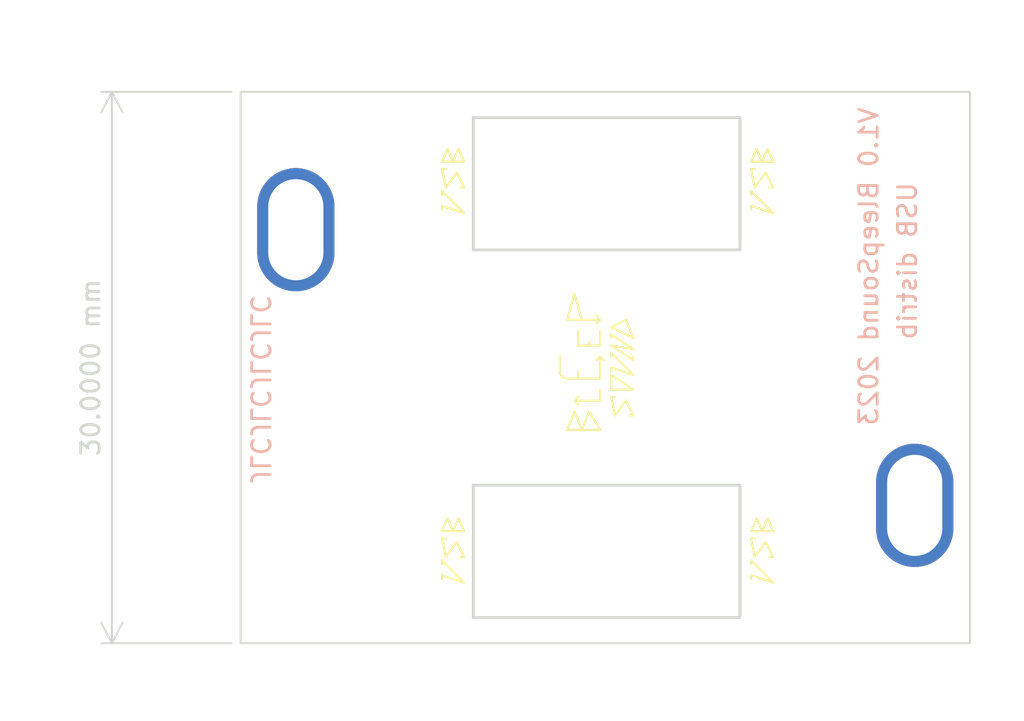
<source format=kicad_pcb>
(kicad_pcb (version 20221018) (generator pcbnew)
  (layers (0 "F.Cu" signal) (31 "B.Cu" signal) (34 "B.Paste" user) (35 "F.Paste" user) (36 "B.SilkS" user "B.Silkscreen") (37 "F.SilkS" user "F.Silkscreen") (38 "B.Mask" user) (39 "F.Mask" user) (44 "Edge.Cuts" user))
  (net 0 "")
  (footprint "Synth:Doepfer Mounting hole" (layer "F.Cu") (at 162.8 121.9 90)
    (fp_text reference "H4" hide)
    (fp_text value "MountingHole")
    (pad "1" thru_hole oval (at 0 0 90) (size 6.7 4.2) (drill oval 5.5 3) (layers "*.Cu" "*.Mask"))
  )
  (footprint "MountingHole:MountingHole_3.2mm_M3" (layer "F.Cu") (at 153.3 114.4 90)
    (fp_text reference "H8" hide)
    (fp_text value "SpacerHoles")
    (pad "" np_thru_hole circle locked (at 0 0 90) (size 3.2 3.2) (drill 3.2) (layers "*.Cu" "*.Mask"))
  )
  (footprint "MountingHole:MountingHole_3.2mm_M3" (layer "F.Cu") (at 138.55 114.4 90)
    (fp_text reference "H6" hide)
    (fp_text value "SpacerHoles")
    (pad "" np_thru_hole circle locked (at 0 0 90) (size 3.2 3.2) (drill 3.2) (layers "*.Cu" "*.Mask"))
  )
  (footprint "Synth:Doepfer Mounting hole" (layer "F.Cu") (at 129.15 106.9 90)
    (fp_text reference "H2" hide)
    (fp_text value "MountingHole")
    (pad "1" thru_hole oval (at 0 0 90) (size 6.7 4.2) (drill oval 5.5 3) (layers "*.Cu" "*.Mask"))
  )
  (gr_line (start 146.3 112.6) (end 146.3 112.8) (stroke (width 0.12)) (layer "F.SilkS"))
  (gr_line (start 144.3 110.4) (end 144.7 111.8) (stroke (width 0.12)) (layer "F.SilkS"))
  (gr_line (start 138.3 103.2) (end 138 102.5) (stroke (width 0.12)) (layer "F.SilkS"))
  (gr_line (start 155.1 106) (end 153.9 104.8) (stroke (width 0.12)) (layer "F.SilkS"))
  (gr_line (start 137.9 123.9) (end 138.3 124.7) (stroke (width 0.12)) (layer "F.SilkS"))
  (gr_line (start 145.1 113.2) (end 145.1 113) (stroke (width 0.12)) (layer "F.SilkS"))
  (gr_line (start 153.9 105.6) (end 155.1 106) (stroke (width 0.12)) (layer "F.SilkS"))
  (gr_line (start 153.9 123.7) (end 154.1 123.7) (stroke (width 0.12)) (layer "F.SilkS"))
  (gr_line (start 153.9 103.2) (end 155.1 103.2) (stroke (width 0.12)) (layer "F.SilkS"))
  (gr_line (start 137.4 102.5) (end 137.1 103.2) (stroke (width 0.12)) (layer "F.SilkS"))
  (gr_line (start 155.1 124.7) (end 154.9 124.7) (stroke (width 0.12)) (layer "F.SilkS"))
  (gr_line (start 143.9 111.8) (end 144.3 110.4) (stroke (width 0.12)) (layer "F.SilkS"))
  (gr_line (start 137.1 125.7) (end 137.1 125.9) (stroke (width 0.12)) (layer "F.SilkS"))
  (gr_line (start 145.7 113.2) (end 145.7 112.4) (stroke (width 0.12)) (layer "F.SilkS"))
  (gr_line (start 155.1 103.2) (end 154.8 102.5) (stroke (width 0.12)) (layer "F.SilkS"))
  (gr_line (start 153.9 103.2) (end 155.1 103.2) (stroke (width 0.12)) (layer "F.SilkS"))
  (gr_line (start 154.1 104.6) (end 154.7 103.8) (stroke (width 0.12)) (layer "F.SilkS"))
  (gr_line (start 143.9 115) (end 145.7 115) (stroke (width 0.12)) (layer "F.SilkS"))
  (gr_line (start 146.3 113.6) (end 146.3 113.8) (stroke (width 0.12)) (layer "F.SilkS"))
  (gr_line (start 153.9 104.8) (end 153.9 105) (stroke (width 0.12)) (layer "F.SilkS"))
  (gr_line (start 154.8 102.5) (end 154.5 103.2) (stroke (width 0.12)) (layer "F.SilkS"))
  (gr_line (start 154.1 104.6) (end 154.7 103.8) (stroke (width 0.12)) (layer "F.SilkS"))
  (gr_line (start 153.9 105.6) (end 153.9 105.8) (stroke (width 0.12)) (layer "F.SilkS"))
  (gr_line (start 154.2 122.6) (end 153.9 123.3) (stroke (width 0.12)) (layer "F.SilkS"))
  (gr_line (start 143.9 111.8) (end 145.7 111.8) (stroke (width 0.12)) (layer "F.SilkS"))
  (gr_line (start 146.3 116) (end 146.5 117) (stroke (width 0.12)) (layer "F.SilkS"))
  (gr_line (start 155.1 104.6) (end 154.9 104.6) (stroke (width 0.12)) (layer "F.SilkS"))
  (gr_line (start 137.9 103.8) (end 138.3 104.6) (stroke (width 0.12)) (layer "F.SilkS"))
  (gr_line (start 147.5 115.6) (end 146.3 114.8) (stroke (width 0.12)) (layer "F.SilkS"))
  (gr_line (start 145.7 113.8) (end 145.5 114) (stroke (width 0.12)) (layer "F.SilkS"))
  (gr_line (start 144.3 116.2) (end 145.7 116.2) (stroke (width 0.12)) (layer "F.SilkS"))
  (gr_line (start 145.7 116.2) (end 145.7 115.6) (stroke (width 0.12)) (layer "F.SilkS"))
  (gr_line (start 154.7 103.8) (end 155.1 104.6) (stroke (width 0.12)) (layer "F.SilkS"))
  (gr_line (start 144.5 113.2) (end 144.5 112.4) (stroke (width 0.12)) (layer "F.SilkS"))
  (gr_line (start 137.1 103.6) (end 137.3 103.6) (stroke (width 0.12)) (layer "F.SilkS"))
  (gr_line (start 137.1 104.8) (end 137.1 105) (stroke (width 0.12)) (layer "F.SilkS"))
  (gr_line (start 154.1 124.7) (end 154.7 123.9) (stroke (width 0.12)) (layer "F.SilkS"))
  (gr_line (start 153.9 103.6) (end 154.1 103.6) (stroke (width 0.12)) (layer "F.SilkS"))
  (gr_line (start 137.9 103.8) (end 138.3 104.6) (stroke (width 0.12)) (layer "F.SilkS"))
  (gr_line (start 144.3 116.2) (end 144.5 116.4) (stroke (width 0.12)) (layer "F.SilkS"))
  (gr_line (start 147.5 112.8) (end 147.1 111.8) (stroke (width 0.12)) (layer "F.SilkS"))
  (gr_line (start 137.3 104.6) (end 137.9 103.8) (stroke (width 0.12)) (layer "F.SilkS"))
  (gr_line (start 146.3 116) (end 146.5 116) (stroke (width 0.12)) (layer "F.SilkS"))
  (gr_line (start 153.9 104.8) (end 153.9 105) (stroke (width 0.12)) (layer "F.SilkS"))
  (gr_line (start 137.1 103.2) (end 138.3 103.2) (stroke (width 0.12)) (layer "F.SilkS"))
  (gr_line (start 137.1 105.6) (end 137.1 105.8) (stroke (width 0.12)) (layer "F.SilkS"))
  (gr_line (start 155.1 126.1) (end 153.9 124.9) (stroke (width 0.12)) (layer "F.SilkS"))
  (gr_line (start 137.4 102.5) (end 137.1 103.2) (stroke (width 0.12)) (layer "F.SilkS"))
  (gr_line (start 137.7 103.2) (end 137.4 102.5) (stroke (width 0.12)) (layer "F.SilkS"))
  (gr_line (start 146.3 114.8) (end 146.3 115.6) (stroke (width 0.12)) (layer "F.SilkS"))
  (gr_line (start 154.7 103.8) (end 155.1 104.6) (stroke (width 0.12)) (layer "F.SilkS"))
  (gr_line (start 153.9 103.6) (end 154.1 104.6) (stroke (width 0.12)) (layer "F.SilkS"))
  (gr_line (start 137.1 123.3) (end 138.3 123.3) (stroke (width 0.12)) (layer "F.SilkS"))
  (gr_line (start 138.3 103.2) (end 138 102.5) (stroke (width 0.12)) (layer "F.SilkS"))
  (gr_line (start 138.3 106) (end 137.1 104.8) (stroke (width 0.12)) (layer "F.SilkS"))
  (gr_line (start 153.9 124.9) (end 153.9 125.1) (stroke (width 0.12)) (layer "F.SilkS"))
  (gr_line (start 154.8 122.6) (end 154.5 123.3) (stroke (width 0.12)) (layer "F.SilkS"))
  (gr_line (start 155.1 104.6) (end 154.9 104.6) (stroke (width 0.12)) (layer "F.SilkS"))
  (gr_line (start 137.3 104.6) (end 137.9 103.8) (stroke (width 0.12)) (layer "F.SilkS"))
  (gr_line (start 137.1 123.7) (end 137.3 124.7) (stroke (width 0.12)) (layer "F.SilkS"))
  (gr_line (start 146.3 115.6) (end 147.5 115.6) (stroke (width 0.12)) (layer "F.SilkS"))
  (gr_line (start 145.7 113.8) (end 145.9 114) (stroke (width 0.12)) (layer "F.SilkS"))
  (gr_line (start 143.5 114.6) (end 143.5 113.8) (stroke (width 0.12)) (layer "F.SilkS"))
  (gr_line (start 137.1 105.6) (end 138.3 106) (stroke (width 0.12)) (layer "F.SilkS"))
  (gr_line (start 137.3 124.7) (end 137.9 123.9) (stroke (width 0.12)) (layer "F.SilkS"))
  (gr_line (start 137.1 103.6) (end 137.3 104.6) (stroke (width 0.12)) (layer "F.SilkS"))
  (gr_line (start 147.5 113.4) (end 146.3 112.6) (stroke (width 0.12)) (layer "F.SilkS"))
  (gr_line (start 138.3 106) (end 137.1 104.8) (stroke (width 0.12)) (layer "F.SilkS"))
  (gr_line (start 138 102.5) (end 137.7 103.2) (stroke (width 0.12)) (layer "F.SilkS"))
  (gr_line (start 138.3 124.7) (end 138.1 124.7) (stroke (width 0.12)) (layer "F.SilkS"))
  (gr_line (start 154.5 103.2) (end 154.2 102.5) (stroke (width 0.12)) (layer "F.SilkS"))
  (gr_line (start 154.7 123.9) (end 155.1 124.7) (stroke (width 0.12)) (layer "F.SilkS"))
  (gr_line (start 146.5 117) (end 147.1 116.2) (stroke (width 0.12)) (layer "F.SilkS"))
  (gr_line (start 137.1 123.7) (end 137.3 123.7) (stroke (width 0.12)) (layer "F.SilkS"))
  (gr_line (start 146.3 114.4) (end 147.5 114.8) (stroke (width 0.12)) (layer "F.SilkS"))
  (gr_line (start 155.1 106) (end 153.9 104.8) (stroke (width 0.12)) (layer "F.SilkS"))
  (gr_line (start 145.7 115) (end 145.7 113.8) (stroke (width 0.12)) (layer "F.SilkS"))
  (gr_line (start 155.1 123.3) (end 154.8 122.6) (stroke (width 0.12)) (layer "F.SilkS"))
  (gr_line (start 143.9 117.8) (end 145.7 117.8) (stroke (width 0.12)) (layer "F.SilkS"))
  (gr_line (start 138.3 123.3) (end 138 122.6) (stroke (width 0.12)) (layer "F.SilkS"))
  (gr_line (start 145.7 111.8) (end 145.5 111.8) (stroke (width 0.12)) (layer "F.SilkS"))
  (gr_line (start 138 102.5) (end 137.7 103.2) (stroke (width 0.12)) (layer "F.SilkS"))
  (gr_line (start 137.1 104.8) (end 137.1 105) (stroke (width 0.12)) (layer "F.SilkS"))
  (gr_line (start 154.5 103.2) (end 154.2 102.5) (stroke (width 0.12)) (layer "F.SilkS"))
  (gr_line (start 137.7 123.3) (end 137.4 122.6) (stroke (width 0.12)) (layer "F.SilkS"))
  (gr_line (start 137.1 103.6) (end 137.3 104.6) (stroke (width 0.12)) (layer "F.SilkS"))
  (gr_line (start 145.7 117.8) (end 145.1 116.8) (stroke (width 0.12)) (layer "F.SilkS"))
  (gr_line (start 146.3 114.4) (end 146.3 114.6) (stroke (width 0.12)) (layer "F.SilkS"))
  (gr_line (start 137.1 103.6) (end 137.3 103.6) (stroke (width 0.12)) (layer "F.SilkS"))
  (gr_line (start 153.9 105.6) (end 155.1 106) (stroke (width 0.12)) (layer "F.SilkS"))
  (gr_line (start 137.1 124.9) (end 137.1 125.1) (stroke (width 0.12)) (layer "F.SilkS"))
  (gr_arc (start 143.9 115) (mid 143.617157 114.882843) (end 143.5 114.6) (stroke (width 0.12)) (layer "F.SilkS"))
  (gr_line (start 144.5 115) (end 144.5 114.6) (stroke (width 0.12)) (layer "F.SilkS"))
  (gr_line (start 146.3 112.2) (end 147.1 111.8) (stroke (width 0.12)) (layer "F.SilkS"))
  (gr_line (start 153.9 125.7) (end 153.9 125.9) (stroke (width 0.12)) (layer "F.SilkS"))
  (gr_line (start 153.9 123.7) (end 154.1 124.7) (stroke (width 0.12)) (layer "F.SilkS"))
  (gr_line (start 153.9 105.6) (end 153.9 105.8) (stroke (width 0.12)) (layer "F.SilkS"))
  (gr_line (start 144.3 116.8) (end 143.9 117.8) (stroke (width 0.12)) (layer "F.SilkS"))
  (gr_line (start 137.1 105.6) (end 138.3 106) (stroke (width 0.12)) (layer "F.SilkS"))
  (gr_line (start 154.2 102.5) (end 153.9 103.2) (stroke (width 0.12)) (layer "F.SilkS"))
  (gr_line (start 147.5 114) (end 147.5 113.8) (stroke (width 0.12)) (layer "F.SilkS"))
  (gr_line (start 137.1 103.2) (end 138.3 103.2) (stroke (width 0.12)) (layer "F.SilkS"))
  (gr_line (start 147.5 114.8) (end 146.3 113.6) (stroke (width 0.12)) (layer "F.SilkS"))
  (gr_line (start 144.3 116.2) (end 144.5 116) (stroke (width 0.12)) (layer "F.SilkS"))
  (gr_line (start 138 122.6) (end 137.7 123.3) (stroke (width 0.12)) (layer "F.SilkS"))
  (gr_line (start 137.1 125.7) (end 138.3 126.1) (stroke (width 0.12)) (layer "F.SilkS"))
  (gr_line (start 145.1 116.8) (end 144.7 117.8) (stroke (width 0.12)) (layer "F.SilkS"))
  (gr_line (start 146.3 112.2) (end 147.5 112.8) (stroke (width 0.12)) (layer "F.SilkS"))
  (gr_line (start 154.2 102.5) (end 153.9 103.2) (stroke (width 0.12)) (layer "F.SilkS"))
  (gr_line (start 154.8 102.5) (end 154.5 103.2) (stroke (width 0.12)) (layer "F.SilkS"))
  (gr_line (start 153.9 103.6) (end 154.1 104.6) (stroke (width 0.12)) (layer "F.SilkS"))
  (gr_line (start 153.9 125.7) (end 155.1 126.1) (stroke (width 0.12)) (layer "F.SilkS"))
  (gr_line (start 153.9 103.6) (end 154.1 103.6) (stroke (width 0.12)) (layer "F.SilkS"))
  (gr_line (start 146.3 113.2) (end 147.5 114) (stroke (width 0.12)) (layer "F.SilkS"))
  (gr_line (start 147.1 116.2) (end 147.5 117) (stroke (width 0.12)) (layer "F.SilkS"))
  (gr_line (start 144.5 113.2) (end 145.7 113.2) (stroke (width 0.12)) (layer "F.SilkS"))
  (gr_line (start 144.7 117.8) (end 144.3 116.8) (stroke (width 0.12)) (layer "F.SilkS"))
  (gr_line (start 153.9 123.3) (end 155.1 123.3) (stroke (width 0.12)) (layer "F.SilkS"))
  (gr_line (start 137.7 103.2) (end 137.4 102.5) (stroke (width 0.12)) (layer "F.SilkS"))
  (gr_line (start 147.5 117) (end 147.3 117) (stroke (width 0.12)) (layer "F.SilkS"))
  (gr_line (start 137.1 105.6) (end 137.1 105.8) (stroke (width 0.12)) (layer "F.SilkS"))
  (gr_line (start 138.3 126.1) (end 137.1 124.9) (stroke (width 0.12)) (layer "F.SilkS"))
  (gr_line (start 145.5 112) (end 145.7 111.8) (stroke (width 0.12)) (layer "F.SilkS"))
  (gr_line (start 137.4 122.6) (end 137.1 123.3) (stroke (width 0.12)) (layer "F.SilkS"))
  (gr_line (start 154.5 123.3) (end 154.2 122.6) (stroke (width 0.12)) (layer "F.SilkS"))
  (gr_line (start 138.3 104.6) (end 138.1 104.6) (stroke (width 0.12)) (layer "F.SilkS"))
  (gr_line (start 138.3 104.6) (end 138.1 104.6) (stroke (width 0.12)) (layer "F.SilkS"))
  (gr_line (start 146.3 113.2) (end 147.5 113.4) (stroke (width 0.12)) (layer "F.SilkS"))
  (gr_line (start 145.7 111.8) (end 145.5 111.6) (stroke (width 0.12)) (layer "F.SilkS"))
  (gr_line (start 155.1 103.2) (end 154.8 102.5) (stroke (width 0.12)) (layer "F.SilkS"))
  (gr_rect (start 138.8 100.8) (end 153.3 108) (stroke (width 0.15)) (fill none) (layer "Edge.Cuts"))
  (gr_rect (start 126.15 99.4) (end 165.8 129.4) (stroke (width 0.1)) (fill none) (layer "Edge.Cuts"))
  (gr_rect (start 138.8 120.8) (end 153.3 128) (stroke (width 0.15)) (fill none) (layer "Edge.Cuts"))
  (gr_text "USB distrib" (at 162.4 108.6 90) (layer "B.SilkS") (effects (font (size 1 1)) (justify mirror)))
  (gr_text "JLCJLCJLCJLC\n" (at 127.2 115.6 -90) (layer "B.SilkS") (effects (font (size 1 1)) (justify mirror)))
  (gr_text "V1.0 BleepSound 2023\n" (at 160.3 108.9 90) (layer "B.SilkS") (effects (font (size 1 1)) (justify mirror)))
  (dimension (type aligned) (layer "Edge.Cuts") (pts (xy 126.15 129.4) (xy 126.15 99.4)) (height -7) (gr_text "30,0000 mm" (at 118 114.4 90) (layer "Edge.Cuts") (effects (font (size 1 1) (thickness 0.15)))) (format (prefix "") (suffix "") (units 3) (units_format 1) (precision 4)) (style (thickness 0.1) (arrow_length 1.27) (text_position_mode 0) (extension_height 0.58642) (extension_offset 0.5) keep_text_aligned))
)
</source>
